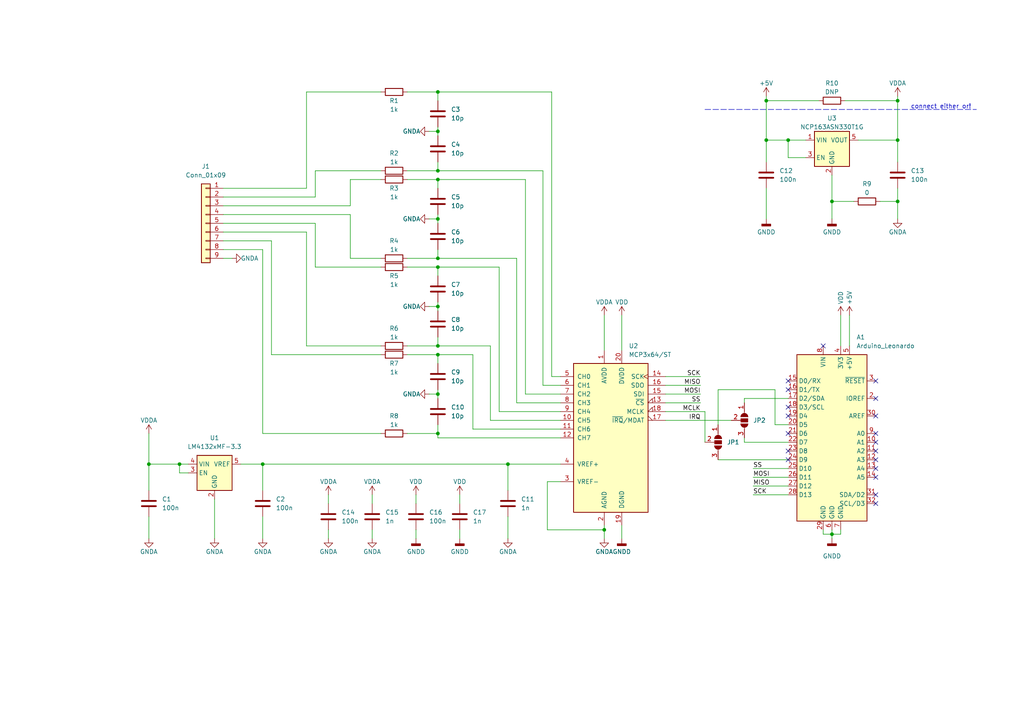
<source format=kicad_sch>
(kicad_sch (version 20211123) (generator eeschema)
  (paper "A4")
  (title_block (title "Arduino MCP3x6x Breakout ") (date "2022-12-29") (rev "0.1") (company "Stefan Herold") (comment 1 "https://github.com/nerdyscout/Arduino_MCP3x6x_Library/pcb/Arduino") (comment 2 "LEONARDO, UNO, METRO Mx EXPRESS "))
  (lib_symbols
    (symbol "Connector_Generic:Conn_01x09" (pin_names (offset 1.016) hide)
      (property "Reference" "J" (at 0 12.7 0))
      (property "Value" "Conn_01x09" (at 0 -12.7 0))
      (symbol "Conn_01x09_1_1"
        (rectangle (start -1.27 -10.033) (end 0 -10.287) (stroke (width 0.1524)))
        (rectangle (start -1.27 -7.493) (end 0 -7.747) (stroke (width 0.1524)))
        (rectangle (start -1.27 -4.953) (end 0 -5.207) (stroke (width 0.1524)))
        (rectangle (start -1.27 -2.413) (end 0 -2.667) (stroke (width 0.1524)))
        (rectangle (start -1.27 0.127) (end 0 -0.127) (stroke (width 0.1524)))
        (rectangle (start -1.27 2.667) (end 0 2.413) (stroke (width 0.1524)))
        (rectangle (start -1.27 5.207) (end 0 4.953) (stroke (width 0.1524)))
        (rectangle (start -1.27 7.747) (end 0 7.493) (stroke (width 0.1524)))
        (rectangle (start -1.27 10.287) (end 0 10.033) (stroke (width 0.1524)))
        (rectangle (start -1.27 11.43) (end 1.27 -11.43) (stroke (width 0.254)) (fill (type background)))
        (pin passive line (at -5.08 10.16 0) (length 3.81) (name "Pin_1") (number "1"))
        (pin passive line (at -5.08 7.62 0) (length 3.81) (name "Pin_2") (number "2"))
        (pin passive line (at -5.08 5.08 0) (length 3.81) (name "Pin_3") (number "3"))
        (pin passive line (at -5.08 2.54 0) (length 3.81) (name "Pin_4") (number "4"))
        (pin passive line (at -5.08 0 0) (length 3.81) (name "Pin_5") (number "5"))
        (pin passive line (at -5.08 -2.54 0) (length 3.81) (name "Pin_6") (number "6"))
        (pin passive line (at -5.08 -5.08 0) (length 3.81) (name "Pin_7") (number "7"))
        (pin passive line (at -5.08 -7.62 0) (length 3.81) (name "Pin_8") (number "8"))
        (pin passive line (at -5.08 -10.16 0) (length 3.81) (name "Pin_9") (number "9"))
      )
    )
    (symbol "Device:C" (pin_numbers hide) (pin_names (offset 0.254))
      (property "Reference" "C" (at 0.635 2.54 0))
      (property "Value" "C" (at 0.635 -2.54 0))
      (symbol "C_0_1"
        (polyline (pts (xy -2.032 -0.762) (xy 2.032 -0.762)) (stroke (width 0.508)))
        (polyline (pts (xy -2.032 0.762) (xy 2.032 0.762)) (stroke (width 0.508)))
      )
      (symbol "C_1_1"
        (pin passive line (at 0 3.81 270) (length 2.794) (name "~") (number "1"))
        (pin passive line (at 0 -3.81 90) (length 2.794) (name "~") (number "2"))
      )
    )
    (symbol "Device:R" (pin_numbers hide) (pin_names (offset 0))
      (property "Reference" "R" (at 2.032 0 90))
      (property "Value" "R" (at 0 0 90))
      (symbol "R_0_1"
        (rectangle (start -1.016 -2.54) (end 1.016 2.54) (stroke (width 0.254)))
      )
      (symbol "R_1_1"
        (pin passive line (at 0 3.81 270) (length 1.27) (name "~") (number "1"))
        (pin passive line (at 0 -3.81 90) (length 1.27) (name "~") (number "2"))
      )
    )
    (symbol "GNDD_1" (power) (pin_names (offset 0))
      (property "Value" "GNDD_1" (at 0 -3.175 0))
      (symbol "GNDD_1_0_1"
        (rectangle (start -1.27 -1.524) (end 1.27 -2.032) (stroke (width 0.254)) (fill (type outline)))
        (polyline (pts (xy 0 0) (xy 0 -1.524)))
      )
      (symbol "GNDD_1_1_1"
        (pin power_in line (at 0 0 270) (length 0) hide (name "GNDD") (number "1"))
      )
    )
    (symbol "Jumper:SolderJumper_3_Open" (pin_names (offset 0) hide)
      (property "Reference" "JP" (at -2.54 -2.54 0))
      (property "Value" "SolderJumper_3_Open" (at 0 2.794 0))
      (symbol "SolderJumper_3_Open_0_1"
        (arc (start -1.016 1.016) (mid -2.032 0) (end -1.016 -1.016))
        (arc (start -1.016 1.016) (mid -2.032 0) (end -1.016 -1.016) (fill (type outline)))
        (rectangle (start -0.508 1.016) (end 0.508 -1.016) (fill (type outline)))
        (polyline (pts (xy -2.54 0) (xy -2.032 0)))
        (polyline (pts (xy -1.016 1.016) (xy -1.016 -1.016)))
        (polyline (pts (xy 0 -1.27) (xy 0 -1.016)))
        (polyline (pts (xy 1.016 1.016) (xy 1.016 -1.016)))
        (polyline (pts (xy 2.54 0) (xy 2.032 0)))
        (arc (start 1.016 -1.016) (mid 2.032 0) (end 1.016 1.016))
        (arc (start 1.016 -1.016) (mid 2.032 0) (end 1.016 1.016) (fill (type outline)))
      )
      (symbol "SolderJumper_3_Open_1_1"
        (pin passive line (at -5.08 0 0) (length 2.54) (name "A") (number "1"))
        (pin passive line (at 0 -3.81 90) (length 2.54) (name "C") (number "2"))
        (pin passive line (at 5.08 0 180) (length 2.54) (name "B") (number "3"))
      )
    )
    (symbol "MCP3x6x:MCP3x64{slash}ST" (pin_names (offset 1.016))
      (property "Reference" "U" (at -11.43 22.86 0))
      (property "Value" "MCP3x64{slash}ST" (at 2.54 22.86 0))
      (symbol "MCP3x64{slash}ST_0_1"
        (rectangle (start -11.43 21.59) (end 10.16 -21.59) (stroke (width 0.254)) (fill (type background)))
      )
      (symbol "MCP3x64{slash}ST_1_1"
        (pin power_in line (at -2.54 25.4 270) (length 3.81) (name "AVDD") (number "1"))
        (pin input line (at -15.24 5.08 0) (length 3.81) (name "CH5") (number "10"))
        (pin input line (at -15.24 2.54 0) (length 3.81) (name "CH6") (number "11"))
        (pin input line (at -15.24 0 0) (length 3.81) (name "CH7") (number "12"))
        (pin input input_low (at 15.24 10.16 180) (length 5.08) (name "~{CS}") (number "13"))
        (pin input clock (at 15.24 17.78 180) (length 5.08) (name "SCK") (number "14"))
        (pin input line (at 15.24 12.7 180) (length 5.08) (name "SDI") (number "15"))
        (pin output line (at 15.24 15.24 180) (length 5.08) (name "SDO") (number "16"))
        (pin open_collector output_low (at 15.24 5.08 180) (length 5.08) (name "~{IRQ}/MDAT") (number "17"))
        (pin input input_low (at 15.24 7.62 180) (length 5.08) (name "MCLK") (number "18"))
        (pin power_in line (at 2.54 -25.4 90) (length 3.81) (name "DGND") (number "19"))
        (pin power_in line (at -2.54 -25.4 90) (length 3.81) (name "AGND") (number "2"))
        (pin power_in line (at 2.54 25.4 270) (length 3.81) (name "DVDD") (number "20"))
        (pin input line (at -15.24 -12.7 0) (length 3.81) (name "VREF-") (number "3"))
        (pin input line (at -15.24 -7.62 0) (length 3.81) (name "VREF+") (number "4"))
        (pin input line (at -15.24 17.78 0) (length 3.81) (name "CH0") (number "5"))
        (pin input line (at -15.24 15.24 0) (length 3.81) (name "CH1") (number "6"))
        (pin input line (at -15.24 12.7 0) (length 3.81) (name "CH2") (number "7"))
        (pin input line (at -15.24 10.16 0) (length 3.81) (name "CH3") (number "8"))
        (pin input line (at -15.24 7.62 0) (length 3.81) (name "CH4") (number "9"))
      )
    )
    (symbol "MCU_Module:Arduino_Leonardo"
      (property "Reference" "A" (at -10.16 23.495 0))
      (property "Value" "Arduino_Leonardo" (at 5.08 -26.67 0))
      (symbol "Arduino_Leonardo_0_1"
        (rectangle (start -10.16 22.86) (end 10.16 -25.4) (stroke (width 0.254)) (fill (type background)))
      )
      (symbol "Arduino_Leonardo_1_1"
        (pin no_connect line (at -10.16 -20.32 0) (length 2.54) hide (name "NC") (number "1"))
        (pin bidirectional line (at 12.7 -2.54 180) (length 2.54) (name "A1") (number "10"))
        (pin bidirectional line (at 12.7 -5.08 180) (length 2.54) (name "A2") (number "11"))
        (pin bidirectional line (at 12.7 -7.62 180) (length 2.54) (name "A3") (number "12"))
        (pin bidirectional line (at 12.7 -10.16 180) (length 2.54) (name "A4") (number "13"))
        (pin bidirectional line (at 12.7 -12.7 180) (length 2.54) (name "A5") (number "14"))
        (pin bidirectional line (at -12.7 15.24 0) (length 2.54) (name "D0/RX") (number "15"))
        (pin bidirectional line (at -12.7 12.7 0) (length 2.54) (name "D1/TX") (number "16"))
        (pin bidirectional line (at -12.7 10.16 0) (length 2.54) (name "D2/SDA") (number "17"))
        (pin bidirectional line (at -12.7 7.62 0) (length 2.54) (name "D3/SCL") (number "18"))
        (pin bidirectional line (at -12.7 5.08 0) (length 2.54) (name "D4") (number "19"))
        (pin output line (at 12.7 10.16 180) (length 2.54) (name "IOREF") (number "2"))
        (pin bidirectional line (at -12.7 2.54 0) (length 2.54) (name "D5") (number "20"))
        (pin bidirectional line (at -12.7 0 0) (length 2.54) (name "D6") (number "21"))
        (pin bidirectional line (at -12.7 -2.54 0) (length 2.54) (name "D7") (number "22"))
        (pin bidirectional line (at -12.7 -5.08 0) (length 2.54) (name "D8") (number "23"))
        (pin bidirectional line (at -12.7 -7.62 0) (length 2.54) (name "D9") (number "24"))
        (pin bidirectional line (at -12.7 -10.16 0) (length 2.54) (name "D10") (number "25"))
        (pin bidirectional line (at -12.7 -12.7 0) (length 2.54) (name "D11") (number "26"))
        (pin bidirectional line (at -12.7 -15.24 0) (length 2.54) (name "D12") (number "27"))
        (pin bidirectional line (at -12.7 -17.78 0) (length 2.54) (name "D13") (number "28"))
        (pin power_in line (at -2.54 -27.94 90) (length 2.54) (name "GND") (number "29"))
        (pin input line (at 12.7 15.24 180) (length 2.54) (name "~{RESET}") (number "3"))
        (pin input line (at 12.7 5.08 180) (length 2.54) (name "AREF") (number "30"))
        (pin bidirectional line (at 12.7 -17.78 180) (length 2.54) (name "SDA/D2") (number "31"))
        (pin bidirectional line (at 12.7 -20.32 180) (length 2.54) (name "SCL/D3") (number "32"))
        (pin power_out line (at 2.54 25.4 270) (length 2.54) (name "3V3") (number "4"))
        (pin power_out line (at 5.08 25.4 270) (length 2.54) (name "+5V") (number "5"))
        (pin power_in line (at 0 -27.94 90) (length 2.54) (name "GND") (number "6"))
        (pin power_in line (at 2.54 -27.94 90) (length 2.54) (name "GND") (number "7"))
        (pin power_in line (at -2.54 25.4 270) (length 2.54) (name "VIN") (number "8"))
        (pin bidirectional line (at 12.7 0 180) (length 2.54) (name "A0") (number "9"))
      )
    )
    (symbol "Reference_Voltage:LM4132xMF-3.3"
      (property "Reference" "U" (at -4.318 6.096 0))
      (property "Value" "LM4132xMF-3.3" (at 7.874 6.096 0))
      (symbol "LM4132xMF-3.3_0_1"
        (rectangle (start -5.08 5.08) (end 5.08 -5.08) (stroke (width 0.254)) (fill (type background)))
      )
      (symbol "LM4132xMF-3.3_1_1"
        (pin no_connect line (at 5.08 0 180) (length 2.54) hide (name "NC") (number "1"))
        (pin power_in line (at 0 -7.62 90) (length 2.54) (name "GND") (number "2"))
        (pin input line (at -7.62 0 0) (length 2.54) (name "EN") (number "3"))
        (pin power_in line (at -7.62 2.54 0) (length 2.54) (name "VIN") (number "4"))
        (pin power_out line (at 7.62 2.54 180) (length 2.54) (name "VREF") (number "5"))
      )
    )
    (symbol "Regulator_Linear:NCP163ASN330T1G"
      (property "Reference" "U" (at 0 8.89 0))
      (property "Value" "NCP163ASN330T1G" (at 0 6.35 0))
      (symbol "NCP163ASN330T1G_0_1"
        (rectangle (start -5.08 5.08) (end 5.08 -5.08) (stroke (width 0.254)) (fill (type background)))
      )
      (symbol "NCP163ASN330T1G_1_1"
        (pin power_in line (at -7.62 2.54 0) (length 2.54) (name "VIN") (number "1"))
        (pin power_in line (at 0 -7.62 90) (length 2.54) (name "GND") (number "2"))
        (pin input line (at -7.62 -2.54 0) (length 2.54) (name "EN") (number "3"))
        (pin no_connect line (at 5.08 -2.54 180) (length 2.54) hide (name "NC") (number "4"))
        (pin power_out line (at 7.62 2.54 180) (length 2.54) (name "VOUT") (number "5"))
      )
    )
    (symbol "power:+5V" (power) (pin_names (offset 0))
      (property "Value" "+5V" (at 0 3.556 0))
      (symbol "+5V_0_1"
        (polyline (pts (xy -0.762 1.27) (xy 0 2.54)))
        (polyline (pts (xy 0 0) (xy 0 2.54)))
        (polyline (pts (xy 0 2.54) (xy 0.762 1.27)))
      )
      (symbol "+5V_1_1"
        (pin power_in line (at 0 0 90) (length 0) hide (name "+5V") (number "1"))
      )
    )
    (symbol "power:GNDA" (power) (pin_names (offset 0))
      (property "Value" "GNDA" (at 0 -3.81 0))
      (symbol "GNDA_0_1"
        (polyline (pts (xy 0 0) (xy 0 -1.27) (xy 1.27 -1.27) (xy 0 -2.54) (xy -1.27 -1.27) (xy 0 -1.27)))
      )
      (symbol "GNDA_1_1"
        (pin power_in line (at 0 0 270) (length 0) hide (name "GNDA") (number "1"))
      )
    )
    (symbol "power:GNDD" (power) (pin_names (offset 0))
      (property "Value" "GNDD" (at 0 -3.175 0))
      (symbol "GNDD_0_1"
        (rectangle (start -1.27 -1.524) (end 1.27 -2.032) (stroke (width 0.254)) (fill (type outline)))
        (polyline (pts (xy 0 0) (xy 0 -1.524)))
      )
      (symbol "GNDD_1_1"
        (pin power_in line (at 0 0 270) (length 0) hide (name "GNDD") (number "1"))
      )
    )
    (symbol "power:VDD" (power) (pin_names (offset 0))
      (property "Value" "VDD" (at 0 3.81 0))
      (symbol "VDD_0_1"
        (polyline (pts (xy -0.762 1.27) (xy 0 2.54)))
        (polyline (pts (xy 0 0) (xy 0 2.54)))
        (polyline (pts (xy 0 2.54) (xy 0.762 1.27)))
      )
      (symbol "VDD_1_1"
        (pin power_in line (at 0 0 90) (length 0) hide (name "VDD") (number "1"))
      )
    )
    (symbol "power:VDDA" (power) (pin_names (offset 0))
      (property "Value" "VDDA" (at 0 3.81 0))
      (symbol "VDDA_0_1"
        (polyline (pts (xy -0.762 1.27) (xy 0 2.54)))
        (polyline (pts (xy 0 0) (xy 0 2.54)))
        (polyline (pts (xy 0 2.54) (xy 0.762 1.27)))
      )
      (symbol "VDDA_1_1"
        (pin power_in line (at 0 0 90) (length 0) hide (name "VDDA") (number "1"))
      )
    )
  )
  (junction (at 241.3 154.94))
  (junction (at 127 100.33))
  (junction (at 260.35 29.21))
  (junction (at 127 74.93))
  (junction (at 43.18 134.62))
  (junction (at 127 114.3))
  (junction (at 127 102.87))
  (junction (at 260.35 40.64))
  (junction (at 241.3 58.42))
  (junction (at 127 38.1))
  (junction (at 76.2 134.62))
  (junction (at 222.25 40.64))
  (junction (at 127 88.9))
  (junction (at 222.25 29.21))
  (junction (at 228.6 40.64))
  (junction (at 127 125.73))
  (junction (at 127 77.47))
  (junction (at 260.35 58.42))
  (junction (at 52.07 134.62))
  (junction (at 127 49.53))
  (junction (at 127 26.67))
  (junction (at 147.32 134.62))
  (junction (at 127 52.07))
  (junction (at 175.26 153.67))
  (junction (at 127 63.5))
  (no_connect (at 254 120.65))
  (no_connect (at 254 115.57))
  (no_connect (at 254 110.49))
  (no_connect (at 254 146.05))
  (no_connect (at 254 138.43))
  (no_connect (at 254 130.81))
  (no_connect (at 254 143.51))
  (no_connect (at 254 128.27))
  (no_connect (at 254 125.73))
  (no_connect (at 254 133.35))
  (no_connect (at 254 135.89))
  (no_connect (at 238.76 100.33))
  (no_connect (at 228.6 133.35))
  (no_connect (at 228.6 130.81))
  (no_connect (at 228.6 125.73))
  (no_connect (at 228.6 120.65))
  (no_connect (at 228.6 118.11))
  (no_connect (at 228.6 113.03))
  (no_connect (at 228.6 110.49))
  (wire (pts (xy 218.44 140.97) (xy 228.6 140.97)))
  (wire (pts (xy 120.65 156.21) (xy 120.65 153.67)))
  (wire (pts (xy 152.4 52.07) (xy 127 52.07)))
  (wire (pts (xy 142.24 100.33) (xy 142.24 121.92)))
  (wire (pts (xy 203.2 114.3) (xy 193.04 114.3)))
  (wire (pts (xy 118.11 74.93) (xy 127 74.93)))
  (wire (pts (xy 245.11 29.21) (xy 260.35 29.21)))
  (wire (pts (xy 127 127) (xy 127 125.73)))
  (wire (pts (xy 218.44 135.89) (xy 228.6 135.89)))
  (wire (pts (xy 133.35 143.51) (xy 133.35 146.05)))
  (wire (pts (xy 118.11 52.07) (xy 127 52.07)))
  (wire (pts (xy 43.18 142.24) (xy 43.18 134.62)))
  (wire (pts (xy 180.34 91.44) (xy 180.34 101.6)))
  (wire (pts (xy 222.25 29.21) (xy 222.25 27.94)))
  (wire (pts (xy 208.28 123.19) (xy 208.28 113.03)))
  (wire (pts (xy 228.6 40.64) (xy 222.25 40.64)))
  (wire (pts (xy 203.2 116.84) (xy 193.04 116.84)))
  (wire (pts (xy 208.28 113.03) (xy 224.79 113.03)))
  (wire (pts (xy 260.35 29.21) (xy 260.35 27.94)))
  (wire (pts (xy 54.61 137.16) (xy 52.07 137.16)))
  (wire (pts (xy 62.23 144.78) (xy 62.23 156.21)))
  (wire (pts (xy 101.6 59.69) (xy 101.6 52.07)))
  (wire (pts (xy 218.44 143.51) (xy 228.6 143.51)))
  (wire (pts (xy 203.2 111.76) (xy 193.04 111.76)))
  (wire (pts (xy 142.24 100.33) (xy 127 100.33)))
  (wire (pts (xy 127 113.03) (xy 127 114.3)))
  (wire (pts (xy 95.25 156.21) (xy 95.25 153.67)))
  (polyline (pts (xy 204.47 31.75) (xy 283.21 31.75)))
  (wire (pts (xy 127 62.23) (xy 127 63.5)))
  (wire (pts (xy 101.6 62.23) (xy 64.77 62.23)))
  (wire (pts (xy 233.68 40.64) (xy 228.6 40.64)))
  (wire (pts (xy 260.35 40.64) (xy 260.35 29.21)))
  (wire (pts (xy 149.86 74.93) (xy 149.86 116.84)))
  (wire (pts (xy 222.25 54.61) (xy 222.25 63.5)))
  (wire (pts (xy 127 36.83) (xy 127 38.1)))
  (wire (pts (xy 69.85 134.62) (xy 76.2 134.62)))
  (wire (pts (xy 110.49 74.93) (xy 101.6 74.93)))
  (wire (pts (xy 52.07 137.16) (xy 52.07 134.62)))
  (wire (pts (xy 76.2 134.62) (xy 147.32 134.62)))
  (wire (pts (xy 52.07 134.62) (xy 54.61 134.62)))
  (wire (pts (xy 91.44 77.47) (xy 91.44 64.77)))
  (wire (pts (xy 147.32 134.62) (xy 147.32 142.24)))
  (wire (pts (xy 124.46 114.3) (xy 127 114.3)))
  (wire (pts (xy 228.6 45.72) (xy 228.6 40.64)))
  (wire (pts (xy 241.3 58.42) (xy 247.65 58.42)))
  (wire (pts (xy 215.9 115.57) (xy 215.9 116.84)))
  (wire (pts (xy 101.6 52.07) (xy 110.49 52.07)))
  (wire (pts (xy 118.11 49.53) (xy 127 49.53)))
  (wire (pts (xy 137.16 102.87) (xy 127 102.87)))
  (wire (pts (xy 101.6 74.93) (xy 101.6 62.23)))
  (wire (pts (xy 110.49 49.53) (xy 91.44 49.53)))
  (wire (pts (xy 180.34 152.4) (xy 180.34 156.21)))
  (wire (pts (xy 147.32 149.86) (xy 147.32 156.21)))
  (wire (pts (xy 246.38 91.44) (xy 246.38 100.33)))
  (wire (pts (xy 233.68 45.72) (xy 228.6 45.72)))
  (wire (pts (xy 110.49 77.47) (xy 91.44 77.47)))
  (wire (pts (xy 260.35 54.61) (xy 260.35 58.42)))
  (wire (pts (xy 127 46.99) (xy 127 49.53)))
  (wire (pts (xy 241.3 154.94) (xy 243.84 154.94)))
  (wire (pts (xy 162.56 121.92) (xy 142.24 121.92)))
  (wire (pts (xy 204.47 128.27) (xy 204.47 119.38)))
  (wire (pts (xy 64.77 54.61) (xy 88.9 54.61)))
  (wire (pts (xy 149.86 74.93) (xy 127 74.93)))
  (wire (pts (xy 110.49 102.87) (xy 78.74 102.87)))
  (wire (pts (xy 118.11 100.33) (xy 127 100.33)))
  (wire (pts (xy 162.56 119.38) (xy 144.78 119.38)))
  (wire (pts (xy 222.25 40.64) (xy 222.25 29.21)))
  (wire (pts (xy 260.35 40.64) (xy 260.35 46.99)))
  (wire (pts (xy 241.3 50.8) (xy 241.3 58.42)))
  (wire (pts (xy 64.77 74.93) (xy 67.31 74.93)))
  (wire (pts (xy 238.76 153.67) (xy 238.76 154.94)))
  (wire (pts (xy 124.46 63.5) (xy 127 63.5)))
  (wire (pts (xy 260.35 58.42) (xy 260.35 63.5)))
  (wire (pts (xy 118.11 102.87) (xy 127 102.87)))
  (wire (pts (xy 175.26 153.67) (xy 175.26 156.21)))
  (wire (pts (xy 127 100.33) (xy 127 97.79)))
  (wire (pts (xy 147.32 134.62) (xy 162.56 134.62)))
  (wire (pts (xy 127 26.67) (xy 127 29.21)))
  (wire (pts (xy 208.28 133.35) (xy 228.6 133.35)))
  (wire (pts (xy 162.56 124.46) (xy 137.16 124.46)))
  (wire (pts (xy 144.78 77.47) (xy 144.78 119.38)))
  (wire (pts (xy 43.18 149.86) (xy 43.18 156.21)))
  (wire (pts (xy 162.56 111.76) (xy 157.48 111.76)))
  (wire (pts (xy 224.79 123.19) (xy 228.6 123.19)))
  (wire (pts (xy 127 125.73) (xy 127 123.19)))
  (wire (pts (xy 162.56 139.7) (xy 158.75 139.7)))
  (wire (pts (xy 91.44 64.77) (xy 64.77 64.77)))
  (wire (pts (xy 110.49 125.73) (xy 76.2 125.73)))
  (wire (pts (xy 133.35 156.21) (xy 133.35 153.67)))
  (wire (pts (xy 243.84 91.44) (xy 243.84 100.33)))
  (wire (pts (xy 218.44 138.43) (xy 228.6 138.43)))
  (wire (pts (xy 118.11 125.73) (xy 127 125.73)))
  (wire (pts (xy 127 88.9) (xy 127 90.17)))
  (wire (pts (xy 193.04 121.92) (xy 212.09 121.92)))
  (wire (pts (xy 241.3 153.67) (xy 241.3 154.94)))
  (wire (pts (xy 110.49 100.33) (xy 88.9 100.33)))
  (wire (pts (xy 124.46 38.1) (xy 127 38.1)))
  (wire (pts (xy 120.65 143.51) (xy 120.65 146.05)))
  (wire (pts (xy 127 74.93) (xy 127 72.39)))
  (wire (pts (xy 43.18 134.62) (xy 52.07 134.62)))
  (wire (pts (xy 124.46 88.9) (xy 127 88.9)))
  (wire (pts (xy 127 87.63) (xy 127 88.9)))
  (wire (pts (xy 127 102.87) (xy 127 105.41)))
  (wire (pts (xy 107.95 156.21) (xy 107.95 153.67)))
  (wire (pts (xy 127 77.47) (xy 127 80.01)))
  (wire (pts (xy 118.11 26.67) (xy 127 26.67)))
  (wire (pts (xy 91.44 49.53) (xy 91.44 57.15)))
  (wire (pts (xy 175.26 91.44) (xy 175.26 101.6)))
  (wire (pts (xy 243.84 153.67) (xy 243.84 154.94)))
  (wire (pts (xy 224.79 113.03) (xy 224.79 123.19)))
  (wire (pts (xy 76.2 72.39) (xy 64.77 72.39)))
  (wire (pts (xy 88.9 26.67) (xy 110.49 26.67)))
  (wire (pts (xy 78.74 102.87) (xy 78.74 69.85)))
  (wire (pts (xy 127 114.3) (xy 127 115.57)))
  (wire (pts (xy 88.9 54.61) (xy 88.9 26.67)))
  (wire (pts (xy 162.56 109.22) (xy 160.02 109.22)))
  (wire (pts (xy 241.3 58.42) (xy 241.3 63.5)))
  (wire (pts (xy 158.75 139.7) (xy 158.75 153.67)))
  (wire (pts (xy 241.3 154.94) (xy 241.3 156.21)))
  (wire (pts (xy 95.25 143.51) (xy 95.25 146.05)))
  (wire (pts (xy 255.27 58.42) (xy 260.35 58.42)))
  (wire (pts (xy 107.95 143.51) (xy 107.95 146.05)))
  (wire (pts (xy 137.16 102.87) (xy 137.16 124.46)))
  (wire (pts (xy 157.48 49.53) (xy 127 49.53)))
  (wire (pts (xy 127 38.1) (xy 127 39.37)))
  (wire (pts (xy 162.56 116.84) (xy 149.86 116.84)))
  (wire (pts (xy 144.78 77.47) (xy 127 77.47)))
  (wire (pts (xy 162.56 114.3) (xy 152.4 114.3)))
  (wire (pts (xy 238.76 154.94) (xy 241.3 154.94)))
  (wire (pts (xy 248.92 40.64) (xy 260.35 40.64)))
  (wire (pts (xy 91.44 57.15) (xy 64.77 57.15)))
  (wire (pts (xy 157.48 49.53) (xy 157.48 111.76)))
  (wire (pts (xy 162.56 127) (xy 127 127)))
  (wire (pts (xy 76.2 134.62) (xy 76.2 142.24)))
  (wire (pts (xy 127 52.07) (xy 127 54.61)))
  (wire (pts (xy 203.2 109.22) (xy 193.04 109.22)))
  (wire (pts (xy 222.25 29.21) (xy 237.49 29.21)))
  (wire (pts (xy 222.25 40.64) (xy 222.25 46.99)))
  (wire (pts (xy 76.2 125.73) (xy 76.2 72.39)))
  (wire (pts (xy 228.6 115.57) (xy 215.9 115.57)))
  (wire (pts (xy 127 63.5) (xy 127 64.77)))
  (wire (pts (xy 88.9 100.33) (xy 88.9 67.31)))
  (wire (pts (xy 76.2 149.86) (xy 76.2 156.21)))
  (wire (pts (xy 88.9 67.31) (xy 64.77 67.31)))
  (wire (pts (xy 175.26 152.4) (xy 175.26 153.67)))
  (wire (pts (xy 152.4 52.07) (xy 152.4 114.3)))
  (wire (pts (xy 158.75 153.67) (xy 175.26 153.67)))
  (wire (pts (xy 160.02 26.67) (xy 127 26.67)))
  (wire (pts (xy 160.02 26.67) (xy 160.02 109.22)))
  (wire (pts (xy 78.74 69.85) (xy 64.77 69.85)))
  (wire (pts (xy 118.11 77.47) (xy 127 77.47)))
  (wire (pts (xy 228.6 128.27) (xy 215.9 128.27)))
  (wire (pts (xy 215.9 128.27) (xy 215.9 127)))
  (wire (pts (xy 64.77 59.69) (xy 101.6 59.69)))
  (wire (pts (xy 193.04 119.38) (xy 204.47 119.38)))
  (wire (pts (xy 43.18 125.73) (xy 43.18 134.62)))
  (text "connect either or!" (at 264.16 31.75 0) (effects (font (size 1.27 1.27)) (justify left bottom)))
  (label "MCLK" (at 203.2 119.38 180))
  (label "SS" (at 203.2 116.84 180))
  (label "SS" (at 218.44 135.89 0))
  (label "MOSI" (at 218.44 138.43 0))
  (label "MOSI" (at 203.2 114.3 180))
  (label "MISO" (at 218.44 140.97 0))
  (label "IRQ" (at 203.2 121.92 180))
  (label "MISO" (at 203.2 111.76 180))
  (label "SCK" (at 203.2 109.22 180))
  (label "SCK" (at 218.44 143.51 0))
  (symbol (lib_id "Device:R") (at 114.3 125.73 90) (unit 1)
    (property "Reference" "R8" (at 114.3 120.65 90))
    (property "Value" "1k" (at 114.3 123.19 90))
    (property "Footprint" "Resistor_SMD:R_0402_1005Metric" (effects hide))
  )
  (symbol (lib_id "Device:C") (at 127 58.42 0) (unit 1)
    (property "Reference" "C5" (at 130.81 57.1499 0) (effects (justify left)))
    (property "Value" "10p" (at 130.81 59.6899 0) (effects (justify left)))
    (property "Footprint" "Capacitor_SMD:C_0402_1005Metric" (effects hide))
  )
  (symbol (lib_id "MCP3x6x:MCP3x64{slash}ST") (at 177.8 127 0) (unit 1)
    (property "Reference" "U2" (at 182.3594 100.33 0) (effects (justify left)))
    (property "Value" "MCP3x64/ST" (at 182.3594 102.87 0) (effects (justify left)))
    (property "Footprint" "Package_SO:TSSOP-20_4.4x6.5mm_P0.65mm" (effects hide))
  )
  (symbol (lib_id "power:VDD") (at 133.35 143.51 0) (unit 1)
    (property "Reference" "#PWR0125" (effects hide))
    (property "Value" "VDD" (at 133.35 139.7 0))
  )
  (symbol (lib_id "Device:R") (at 114.3 49.53 90) (unit 1)
    (property "Reference" "R2" (at 114.3 44.45 90))
    (property "Value" "1k" (at 114.3 46.99 90))
    (property "Footprint" "Resistor_SMD:R_0402_1005Metric" (effects hide))
  )
  (symbol (lib_id "Device:C") (at 127 93.98 0) (unit 1)
    (property "Reference" "C8" (at 130.81 92.7099 0) (effects (justify left)))
    (property "Value" "10p" (at 130.81 95.2499 0) (effects (justify left)))
    (property "Footprint" "Capacitor_SMD:C_0402_1005Metric" (effects hide))
  )
  (symbol (lib_id "Device:R") (at 114.3 102.87 90) (unit 1)
    (property "Reference" "R7" (at 114.3 105.41 90))
    (property "Value" "1k" (at 114.3 107.95 90))
    (property "Footprint" "Resistor_SMD:R_0402_1005Metric" (effects hide))
  )
  (symbol (lib_id "Device:R") (at 114.3 100.33 90) (unit 1)
    (property "Reference" "R6" (at 114.3 95.25 90))
    (property "Value" "1k" (at 114.3 97.79 90))
    (property "Footprint" "Resistor_SMD:R_0402_1005Metric" (effects hide))
  )
  (symbol (lib_id "Device:R") (at 241.3 29.21 90) (unit 1)
    (property "Reference" "R10" (at 241.3 24.13 90))
    (property "Value" "DNP" (at 241.3 26.67 90))
    (property "Footprint" "Resistor_SMD:R_0603_1608Metric" (effects hide))
  )
  (symbol (lib_id "Device:R") (at 114.3 77.47 90) (unit 1)
    (property "Reference" "R5" (at 114.3 80.01 90))
    (property "Value" "1k" (at 114.3 82.55 90))
    (property "Footprint" "Resistor_SMD:R_0402_1005Metric" (effects hide))
  )
  (symbol (lib_id "Device:C") (at 127 119.38 0) (unit 1)
    (property "Reference" "C10" (at 130.81 118.1099 0) (effects (justify left)))
    (property "Value" "10p" (at 130.81 120.6499 0) (effects (justify left)))
    (property "Footprint" "Capacitor_SMD:C_0402_1005Metric" (effects hide))
  )
  (symbol (lib_id "power:GNDA") (at 124.46 88.9 270) (unit 1)
    (property "Reference" "#PWR0113" (effects hide))
    (property "Value" "GNDA" (at 119.38 88.9 90))
  )
  (symbol (lib_id "power:VDD") (at 180.34 91.44 0) (unit 1)
    (property "Reference" "#PWR0106" (effects hide))
    (property "Value" "VDD" (at 180.34 87.63 0))
  )
  (symbol (lib_id "power:GNDD") (at 222.25 63.5 0) (unit 1)
    (property "Reference" "#PWR0120" (effects hide))
    (property "Value" "GNDD" (at 222.25 67.31 0))
  )
  (symbol (lib_id "power:VDDA") (at 43.18 125.73 0) (unit 1)
    (property "Reference" "#PWR0110" (effects hide))
    (property "Value" "VDDA" (at 43.18 121.92 0))
  )
  (symbol (lib_id "power:GNDA") (at 107.95 156.21 0) (unit 1)
    (property "Reference" "#PWR0127" (effects hide))
    (property "Value" "GNDA" (at 107.95 160.02 0))
  )
  (symbol (lib_id "power:GNDD") (at 241.3 156.21 0) (unit 1)
    (property "Reference" "#PWR0101" (effects hide))
    (property "Value" "GNDD" (at 241.3 161.29 0))
  )
  (symbol (lib_id "power:GNDA") (at 62.23 156.21 0) (unit 1)
    (property "Reference" "#PWR0112" (effects hide))
    (property "Value" "GNDA" (at 62.23 160.02 0))
  )
  (symbol (lib_id "Device:C") (at 127 43.18 0) (unit 1)
    (property "Reference" "C4" (at 130.81 41.9099 0) (effects (justify left)))
    (property "Value" "10p" (at 130.81 44.4499 0) (effects (justify left)))
    (property "Footprint" "Capacitor_SMD:C_0402_1005Metric" (effects hide))
  )
  (symbol (lib_id "MCU_Module:Arduino_Leonardo") (at 241.3 125.73 0) (unit 1)
    (property "Reference" "A1" (at 248.3994 97.79 0) (effects (justify left)))
    (property "Value" "Arduino_Leonardo" (at 248.3994 100.33 0) (effects (justify left)))
    (property "Footprint" "Module:Arduino_UNO_R3" (effects hide))
    (property "Datasheet" "https://www.arduino.cc/en/Main/ArduinoBoardLeonardo" (effects hide))
  )
  (symbol (lib_id "Device:C") (at 147.32 146.05 0) (unit 1)
    (property "Reference" "C11" (at 151.13 144.7799 0) (effects (justify left)))
    (property "Value" "1n" (at 151.13 147.3199 0) (effects (justify left)))
    (property "Footprint" "Capacitor_SMD:C_0603_1608Metric" (effects hide))
  )
  (symbol (lib_id "Device:C") (at 76.2 146.05 0) (unit 1)
    (property "Reference" "C2" (at 80.01 144.7799 0) (effects (justify left)))
    (property "Value" "100n" (at 80.01 147.3199 0) (effects (justify left)))
    (property "Footprint" "Capacitor_SMD:C_0603_1608Metric" (effects hide))
  )
  (symbol (lib_id "power:GNDA") (at 124.46 63.5 270) (unit 1)
    (property "Reference" "#PWR0116" (effects hide))
    (property "Value" "GNDA" (at 119.38 63.5 90))
  )
  (symbol (lib_id "Reference_Voltage:LM4132xMF-3.3") (at 62.23 137.16 0) (unit 1)
    (property "Reference" "U1" (at 62.23 127 0))
    (property "Value" "LM4132xMF-3.3" (at 62.23 129.54 0))
    (property "Footprint" "Package_TO_SOT_SMD:SOT-23-5" (effects hide))
    (property "Datasheet" "http://www.ti.com/lit/ds/symlink/lm4132.pdf" (effects hide))
  )
  (symbol (lib_id "Device:C") (at 127 109.22 0) (unit 1)
    (property "Reference" "C9" (at 130.81 107.9499 0) (effects (justify left)))
    (property "Value" "10p" (at 130.81 110.4899 0) (effects (justify left)))
    (property "Footprint" "Capacitor_SMD:C_0402_1005Metric" (effects hide))
  )
  (symbol (lib_id "power:GNDA") (at 175.26 156.21 0) (unit 1)
    (property "Reference" "#PWR0105" (effects hide))
    (property "Value" "GNDA" (at 175.26 160.02 0))
  )
  (symbol (lib_name "GNDD_1") (lib_id "power:GNDD") (at 120.65 156.21 0) (unit 1)
    (property "Reference" "#PWR0129" (effects hide))
    (property "Value" "GNDD" (at 120.65 160.02 0))
  )
  (symbol (lib_id "power:VDDA") (at 175.26 91.44 0) (unit 1)
    (property "Reference" "#PWR0107" (effects hide))
    (property "Value" "VDDA" (at 175.26 87.63 0))
  )
  (symbol (lib_id "power:VDD") (at 243.84 91.44 0) (unit 1)
    (property "Reference" "#PWR0102" (effects hide))
    (property "Value" "VDD" (at 243.84 86.36 90))
  )
  (symbol (lib_id "Device:C") (at 95.25 149.86 0) (unit 1)
    (property "Reference" "C14" (at 99.06 148.5899 0) (effects (justify left)))
    (property "Value" "100n" (at 99.06 151.1299 0) (effects (justify left)))
    (property "Footprint" "Capacitor_SMD:C_0603_1608Metric" (effects hide))
  )
  (symbol (lib_id "Jumper:SolderJumper_3_Open") (at 208.28 128.27 270) (unit 1)
    (property "Reference" "JP1" (at 210.82 128.2699 90) (effects (justify left)))
    (property "Value" "SolderJumper_3_Open" (effects hide))
    (property "Footprint" "Jumper:SolderJumper-3_P1.3mm_Open_RoundedPad1.0x1.5mm" (effects hide))
  )
  (symbol (lib_id "Device:C") (at 43.18 146.05 0) (unit 1)
    (property "Reference" "C1" (at 46.99 144.7799 0) (effects (justify left)))
    (property "Value" "100n" (at 46.99 147.3199 0) (effects (justify left)))
    (property "Footprint" "Capacitor_SMD:C_0603_1608Metric" (effects hide))
  )
  (symbol (lib_id "power:+5V") (at 246.38 91.44 0) (unit 1)
    (property "Reference" "#PWR0103" (effects hide))
    (property "Value" "+5V" (at 246.38 86.36 90))
  )
  (symbol (lib_id "Device:R") (at 114.3 74.93 90) (unit 1)
    (property "Reference" "R4" (at 114.3 69.85 90))
    (property "Value" "1k" (at 114.3 72.39 90))
    (property "Footprint" "Resistor_SMD:R_0402_1005Metric" (effects hide))
  )
  (symbol (lib_id "power:VDD") (at 120.65 143.51 0) (unit 1)
    (property "Reference" "#PWR0124" (effects hide))
    (property "Value" "VDD" (at 120.65 139.7 0))
  )
  (symbol (lib_id "Device:C") (at 127 68.58 0) (unit 1)
    (property "Reference" "C6" (at 130.81 67.3099 0) (effects (justify left)))
    (property "Value" "10p" (at 130.81 69.8499 0) (effects (justify left)))
    (property "Footprint" "Capacitor_SMD:C_0402_1005Metric" (effects hide))
  )
  (symbol (lib_id "Regulator_Linear:NCP163ASN330T1G") (at 241.3 43.18 0) (unit 1)
    (property "Reference" "U3" (at 241.3 34.29 0))
    (property "Value" "NCP163ASN330T1G" (at 241.3 36.83 0))
    (property "Footprint" "Package_TO_SOT_SMD:SOT-23-5" (effects hide))
    (property "Datasheet" "https://www.onsemi.com/pdf/datasheet/ncp163-d.pdf" (effects hide))
  )
  (symbol (lib_id "power:GNDA") (at 260.35 63.5 0) (unit 1)
    (property "Reference" "#PWR0118" (effects hide))
    (property "Value" "GNDA" (at 260.35 67.31 0))
  )
  (symbol (lib_id "Device:C") (at 107.95 149.86 0) (unit 1)
    (property "Reference" "C15" (at 111.76 148.5899 0) (effects (justify left)))
    (property "Value" "1n" (at 111.76 151.1299 0) (effects (justify left)))
    (property "Footprint" "Capacitor_SMD:C_0603_1608Metric" (effects hide))
  )
  (symbol (lib_id "Device:C") (at 120.65 149.86 0) (unit 1)
    (property "Reference" "C16" (at 124.46 148.5899 0) (effects (justify left)))
    (property "Value" "100n" (at 124.46 151.1299 0) (effects (justify left)))
    (property "Footprint" "Capacitor_SMD:C_0603_1608Metric" (effects hide))
  )
  (symbol (lib_id "power:+5V") (at 222.25 27.94 0) (unit 1)
    (property "Reference" "#PWR0117" (effects hide))
    (property "Value" "+5V" (at 222.25 24.13 0))
  )
  (symbol (lib_id "Device:R") (at 251.46 58.42 90) (unit 1)
    (property "Reference" "R9" (at 251.46 53.34 90))
    (property "Value" "0" (at 251.46 55.88 90))
    (property "Footprint" "Resistor_SMD:R_0603_1608Metric" (effects hide))
  )
  (symbol (lib_id "power:GNDA") (at 124.46 114.3 270) (unit 1)
    (property "Reference" "#PWR0114" (effects hide))
    (property "Value" "GNDA" (at 119.38 114.3 90))
  )
  (symbol (lib_id "power:VDDA") (at 107.95 143.51 0) (unit 1)
    (property "Reference" "#PWR0128" (effects hide))
    (property "Value" "VDDA" (at 107.95 139.7 0))
  )
  (symbol (lib_id "power:GNDA") (at 43.18 156.21 0) (unit 1)
    (property "Reference" "#PWR0111" (effects hide))
    (property "Value" "GNDA" (at 43.18 160.02 0))
  )
  (symbol (lib_id "power:VDDA") (at 95.25 143.51 0) (unit 1)
    (property "Reference" "#PWR0123" (effects hide))
    (property "Value" "VDDA" (at 95.25 139.7 0))
  )
  (symbol (lib_name "GNDD_1") (lib_id "power:GNDD") (at 133.35 156.21 0) (unit 1)
    (property "Reference" "#PWR0126" (effects hide))
    (property "Value" "GNDD" (at 133.35 160.02 0))
  )
  (symbol (lib_name "GNDD_1") (lib_id "power:GNDD") (at 180.34 156.21 0) (unit 1)
    (property "Reference" "#PWR0104" (effects hide))
    (property "Value" "GNDD" (at 180.34 160.02 0))
  )
  (symbol (lib_id "power:VDDA") (at 260.35 27.94 0) (unit 1)
    (property "Reference" "#PWR0121" (effects hide))
    (property "Value" "VDDA" (at 260.35 24.13 0))
  )
  (symbol (lib_id "Device:C") (at 133.35 149.86 0) (unit 1)
    (property "Reference" "C17" (at 137.16 148.5899 0) (effects (justify left)))
    (property "Value" "1n" (at 137.16 151.1299 0) (effects (justify left)))
    (property "Footprint" "Capacitor_SMD:C_0603_1608Metric" (effects hide))
  )
  (symbol (lib_id "power:GNDA") (at 147.32 156.21 0) (unit 1)
    (property "Reference" "#PWR0109" (effects hide))
    (property "Value" "GNDA" (at 147.32 160.02 0))
  )
  (symbol (lib_id "Device:C") (at 127 83.82 0) (unit 1)
    (property "Reference" "C7" (at 130.81 82.5499 0) (effects (justify left)))
    (property "Value" "10p" (at 130.81 85.0899 0) (effects (justify left)))
    (property "Footprint" "Capacitor_SMD:C_0402_1005Metric" (effects hide))
  )
  (symbol (lib_id "power:GNDA") (at 76.2 156.21 0) (unit 1)
    (property "Reference" "#PWR0108" (effects hide))
    (property "Value" "GNDA" (at 76.2 160.02 0))
  )
  (symbol (lib_id "power:GNDA") (at 95.25 156.21 0) (unit 1)
    (property "Reference" "#PWR0122" (effects hide))
    (property "Value" "GNDA" (at 95.25 160.02 0))
  )
  (symbol (lib_id "Device:R") (at 114.3 52.07 90) (unit 1)
    (property "Reference" "R3" (at 114.3 54.61 90))
    (property "Value" "1k" (at 114.3 57.15 90))
    (property "Footprint" "Resistor_SMD:R_0402_1005Metric" (effects hide))
  )
  (symbol (lib_id "power:GNDA") (at 124.46 38.1 270) (unit 1)
    (property "Reference" "#PWR0115" (effects hide))
    (property "Value" "GNDA" (at 119.38 38.1 90))
  )
  (symbol (lib_id "Device:C") (at 222.25 50.8 0) (unit 1)
    (property "Reference" "C12" (at 226.06 49.5299 0) (effects (justify left)))
    (property "Value" "100n" (at 226.06 52.0699 0) (effects (justify left)))
    (property "Footprint" "Capacitor_SMD:C_0603_1608Metric" (effects hide))
  )
  (symbol (lib_id "Device:C") (at 260.35 50.8 0) (unit 1)
    (property "Reference" "C13" (at 264.16 49.5299 0) (effects (justify left)))
    (property "Value" "100n" (at 264.16 52.0699 0) (effects (justify left)))
    (property "Footprint" "Capacitor_SMD:C_0603_1608Metric" (effects hide))
  )
  (symbol (lib_id "Jumper:SolderJumper_3_Open") (at 215.9 121.92 270) (unit 1)
    (property "Reference" "JP2" (at 218.44 121.9199 90) (effects (justify left)))
    (property "Value" "SolderJumper_3_Open" (effects hide))
    (property "Footprint" "Jumper:SolderJumper-3_P1.3mm_Open_RoundedPad1.0x1.5mm" (effects hide))
  )
  (symbol (lib_id "Device:C") (at 127 33.02 0) (unit 1)
    (property "Reference" "C3" (at 130.81 31.7499 0) (effects (justify left)))
    (property "Value" "10p" (at 130.81 34.2899 0) (effects (justify left)))
    (property "Footprint" "Capacitor_SMD:C_0402_1005Metric" (effects hide))
  )
  (symbol (lib_id "power:GNDD") (at 241.3 63.5 0) (unit 1)
    (property "Reference" "#PWR0119" (effects hide))
    (property "Value" "GNDD" (at 241.3 67.31 0))
  )
  (symbol (lib_id "Connector_Generic:Conn_01x09") (at 59.69 64.77 0) (mirror y) (unit 1)
    (property "Reference" "J1" (at 59.69 48.26 0))
    (property "Value" "Conn_01x09" (at 59.69 50.8 0))
    (property "Footprint" "TerminalBlock_Phoenix:TerminalBlock_Phoenix_MKDS-3-9-5.08_1x09_P5.08mm_Horizontal" (effects hide))
  )
  (symbol (lib_id "power:GNDA") (at 67.31 74.93 90) (unit 1)
    (property "Reference" "#PWR0130" (effects hide))
    (property "Value" "GNDA" (at 72.39 74.93 90))
  )
  (symbol (lib_id "Device:R") (at 114.3 26.67 90) (unit 1)
    (property "Reference" "R1" (at 114.3 29.21 90))
    (property "Value" "1k" (at 114.3 31.75 90))
    (property "Footprint" "Resistor_SMD:R_0402_1005Metric" (effects hide))
  )
)
</source>
